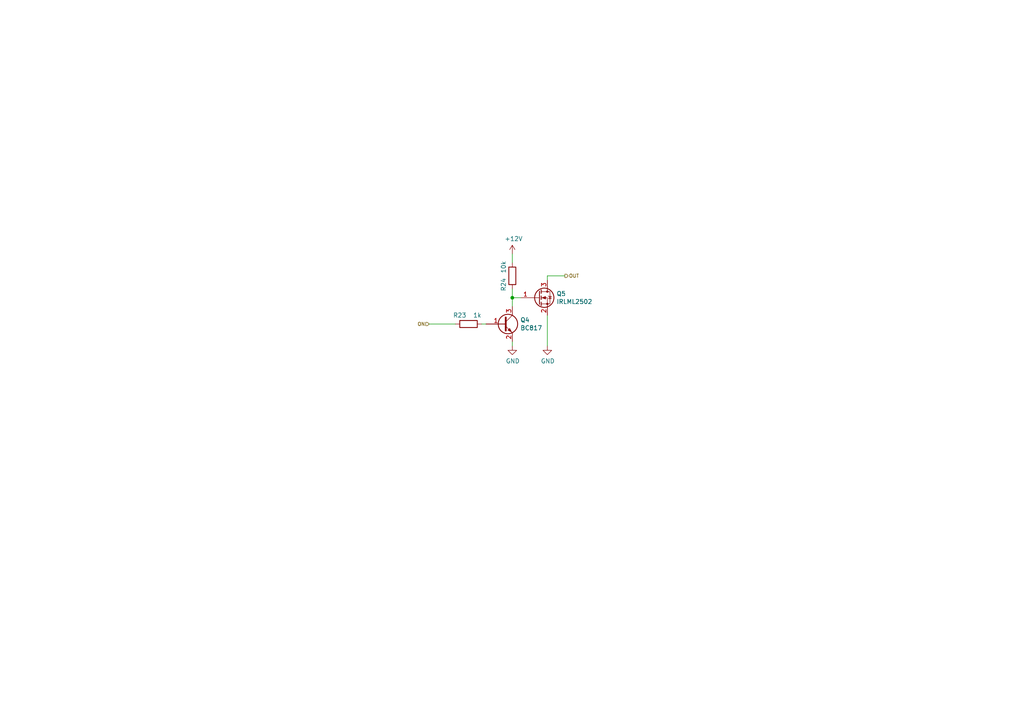
<source format=kicad_sch>
(kicad_sch (version 20211123) (generator eeschema)
  (paper "A4")
  (title_block (title "12V Power Output") (date "2023-04-28") (rev "0.1") (comment 1 "https://github.com/enriquewph/esp-plc"))
  (lib_symbols
    (symbol "Device:R" (pin_numbers hide) (pin_names (offset 0))
      (property "Reference" "R" (at 2.032 0 90))
      (property "Value" "R" (at 0 0 90))
      (symbol "R_0_1"
        (rectangle (start -1.016 -2.54) (end 1.016 2.54) (stroke (width 0.254)))
      )
      (symbol "R_1_1"
        (pin passive line (at 0 3.81 270) (length 1.27) (name "~") (number "1"))
        (pin passive line (at 0 -3.81 90) (length 1.27) (name "~") (number "2"))
      )
    )
    (symbol "Transistor_BJT:BC817" (pin_names (offset 0) hide)
      (property "Reference" "Q" (at 5.08 1.905 0))
      (property "Value" "BC817" (at 5.08 0 0))
      (symbol "BC817_0_1"
        (polyline (pts (xy 0.635 0.635) (xy 2.54 2.54)))
        (polyline (pts (xy 0.635 -0.635) (xy 2.54 -2.54) (xy 2.54 -2.54)))
        (polyline (pts (xy 0.635 1.905) (xy 0.635 -1.905) (xy 0.635 -1.905)) (stroke (width 0.508)))
        (polyline (pts (xy 1.27 -1.778) (xy 1.778 -1.27) (xy 2.286 -2.286) (xy 1.27 -1.778) (xy 1.27 -1.778)) (fill (type outline)))
        (circle (center 1.27 0) (radius 2.8194) (stroke (width 0.254)))
      )
      (symbol "BC817_1_1"
        (pin input line (at -5.08 0 0) (length 5.715) (name "B") (number "1"))
        (pin passive line (at 2.54 -5.08 90) (length 2.54) (name "E") (number "2"))
        (pin passive line (at 2.54 5.08 270) (length 2.54) (name "C") (number "3"))
      )
    )
    (symbol "Transistor_FET:IRLML0030" (pin_names hide)
      (property "Reference" "Q" (at 5.08 1.905 0))
      (property "Value" "IRLML0030" (at 5.08 0 0))
      (symbol "IRLML0030_0_1"
        (polyline (pts (xy 0.254 0) (xy -2.54 0)))
        (polyline (pts (xy 0.254 1.905) (xy 0.254 -1.905)) (stroke (width 0.254)))
        (polyline (pts (xy 0.762 -1.27) (xy 0.762 -2.286)) (stroke (width 0.254)))
        (polyline (pts (xy 0.762 0.508) (xy 0.762 -0.508)) (stroke (width 0.254)))
        (polyline (pts (xy 0.762 2.286) (xy 0.762 1.27)) (stroke (width 0.254)))
        (polyline (pts (xy 2.54 2.54) (xy 2.54 1.778)))
        (polyline (pts (xy 2.54 -2.54) (xy 2.54 0) (xy 0.762 0)))
        (polyline (pts (xy 0.762 -1.778) (xy 3.302 -1.778) (xy 3.302 1.778) (xy 0.762 1.778)))
        (polyline (pts (xy 1.016 0) (xy 2.032 0.381) (xy 2.032 -0.381) (xy 1.016 0)) (fill (type outline)))
        (polyline (pts (xy 2.794 0.508) (xy 2.921 0.381) (xy 3.683 0.381) (xy 3.81 0.254)))
        (polyline (pts (xy 3.302 0.381) (xy 2.921 -0.254) (xy 3.683 -0.254) (xy 3.302 0.381)))
        (circle (center 1.651 0) (radius 2.794) (stroke (width 0.254)))
        (circle (center 2.54 -1.778) (radius 0.254) (fill (type outline)))
        (circle (center 2.54 1.778) (radius 0.254) (fill (type outline)))
      )
      (symbol "IRLML0030_1_1"
        (pin input line (at -5.08 0 0) (length 2.54) (name "G") (number "1"))
        (pin passive line (at 2.54 -5.08 90) (length 2.54) (name "S") (number "2"))
        (pin passive line (at 2.54 5.08 270) (length 2.54) (name "D") (number "3"))
      )
    )
    (symbol "power:+12V" (power) (pin_names (offset 0))
      (property "Value" "+12V" (at 0 3.556 0))
      (symbol "+12V_0_1"
        (polyline (pts (xy -0.762 1.27) (xy 0 2.54)))
        (polyline (pts (xy 0 0) (xy 0 2.54)))
        (polyline (pts (xy 0 2.54) (xy 0.762 1.27)))
      )
      (symbol "+12V_1_1"
        (pin power_in line (at 0 0 90) (length 0) hide (name "+12V") (number "1"))
      )
    )
    (symbol "power:GND" (power) (pin_names (offset 0))
      (property "Value" "GND" (at 0 -3.81 0))
      (symbol "GND_0_1"
        (polyline (pts (xy 0 0) (xy 0 -1.27) (xy 1.27 -1.27) (xy 0 -2.54) (xy -1.27 -1.27) (xy 0 -1.27)))
      )
      (symbol "GND_1_1"
        (pin power_in line (at 0 0 270) (length 0) hide (name "GND") (number "1"))
      )
    )
  )
  (junction (at 148.59 86.36))
  (wire (pts (xy 158.75 80.01) (xy 158.75 81.28)))
  (wire (pts (xy 148.59 76.2) (xy 148.59 73.66)))
  (wire (pts (xy 124.46 93.98) (xy 132.08 93.98)))
  (wire (pts (xy 148.59 100.33) (xy 148.59 99.06)))
  (wire (pts (xy 148.59 83.82) (xy 148.59 86.36)))
  (wire (pts (xy 158.75 100.33) (xy 158.75 91.44)))
  (wire (pts (xy 140.97 93.98) (xy 139.7 93.98)))
  (wire (pts (xy 163.83 80.01) (xy 158.75 80.01)))
  (wire (pts (xy 148.59 88.9) (xy 148.59 86.36)))
  (wire (pts (xy 148.59 86.36) (xy 151.13 86.36)))
  (hierarchical_label "OUT" (shape output) (at 163.83 80.01 0) (effects (font (size 0.9906 0.9906))))
  (hierarchical_label "ON" (shape input) (at 124.46 93.98 180) (effects (font (size 0.9906 0.9906))))
  (symbol (lib_id "Transistor_FET:IRLML0030") (at 156.21 86.36 0) (unit 1)
    (property "Reference" "Q5" (at 161.3916 85.1916 0) (effects (justify left)))
    (property "Value" "IRLML2502" (at 161.3916 87.503 0) (effects (justify left)))
    (property "Footprint" "Package_TO_SOT_SMD:SOT-23" (effects hide))
    (property "Datasheet" "https://www.infineon.com/dgdl/irlml2502pbf.pdf?fileId=5546d462533600a401535668048e2606" (effects hide))
    (property "manf#" "IRLML2502TRPBF" (effects hide))
  )
  (symbol (lib_id "power:GND") (at 148.59 100.33 0) (unit 1)
    (property "Reference" "#PWR062" (effects hide))
    (property "Value" "GND" (at 148.717 104.7242 0))
  )
  (symbol (lib_id "Device:R") (at 135.89 93.98 270) (unit 1)
    (property "Reference" "R23" (at 133.35 91.44 90))
    (property "Value" "1k" (at 138.43 91.44 90))
    (property "Footprint" "Resistor_SMD:R_1206_3216Metric" (effects hide))
    (property "Datasheet" "https://www.yageo.com/upload/media/product/productsearch/datasheet/rchip/PYu-RC_Group_51_RoHS_L_11.pdf" (effects hide))
    (property "manf#" "RC1206FR-071KL" (effects hide))
  )
  (symbol (lib_id "Transistor_BJT:BC817") (at 146.05 93.98 0) (unit 1)
    (property "Reference" "Q4" (at 150.9014 92.8116 0) (effects (justify left)))
    (property "Value" "BC817" (at 150.9014 95.123 0) (effects (justify left)))
    (property "Footprint" "Package_TO_SOT_SMD:SOT-23" (effects hide))
    (property "Datasheet" "https://www.onsemi.com/pub/Collateral/BC817-16LT1-D.PDF" (effects hide))
    (property "manf#" "SBC817-40LT1G" (effects hide))
  )
  (symbol (lib_id "Device:R") (at 148.59 80.01 0) (unit 1)
    (property "Reference" "R24" (at 146.05 82.55 90))
    (property "Value" "10k" (at 146.05 77.47 90))
    (property "Footprint" "Resistor_SMD:R_1206_3216Metric" (effects hide))
    (property "Datasheet" "https://www.yageo.com/upload/media/product/productsearch/datasheet/rchip/PYu-RC_Group_51_RoHS_L_11.pdf" (effects hide))
    (property "manf#" "RC1206FR-0710KL" (effects hide))
  )
  (symbol (lib_id "power:GND") (at 158.75 100.33 0) (unit 1)
    (property "Reference" "#PWR063" (effects hide))
    (property "Value" "GND" (at 158.877 104.7242 0))
  )
  (symbol (lib_id "power:+12V") (at 148.59 73.66 0) (unit 1)
    (property "Reference" "#PWR061" (effects hide))
    (property "Value" "+12V" (at 148.971 69.2658 0))
  )
)
</source>
